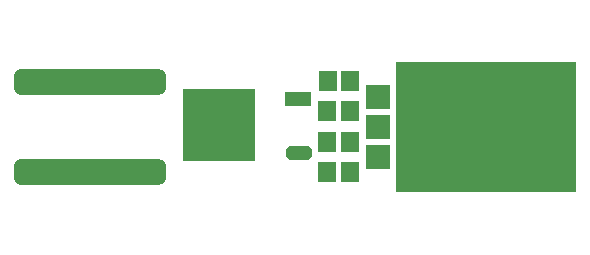
<source format=gts>
G04*
G04 #@! TF.GenerationSoftware,Altium Limited,Altium Designer,18.1.7 (191)*
G04*
G04 Layer_Color=8388736*
%FSLAX44Y44*%
%MOMM*%
G71*
G01*
G75*
G04:AMPARAMS|DCode=17|XSize=12.9032mm|YSize=2.2032mm|CornerRadius=0.6016mm|HoleSize=0mm|Usage=FLASHONLY|Rotation=0.000|XOffset=0mm|YOffset=0mm|HoleType=Round|Shape=RoundedRectangle|*
%AMROUNDEDRECTD17*
21,1,12.9032,1.0000,0,0,0.0*
21,1,11.7000,2.2032,0,0,0.0*
1,1,1.2032,5.8500,-0.5000*
1,1,1.2032,-5.8500,-0.5000*
1,1,1.2032,-5.8500,0.5000*
1,1,1.2032,5.8500,0.5000*
%
%ADD17ROUNDEDRECTD17*%
%ADD18R,1.5032X1.7032*%
%ADD19R,6.2032X6.2032*%
G04:AMPARAMS|DCode=20|XSize=2.2032mm|YSize=1.2032mm|CornerRadius=0mm|HoleSize=0mm|Usage=FLASHONLY|Rotation=0.000|XOffset=0mm|YOffset=0mm|HoleType=Round|Shape=Octagon|*
%AMOCTAGOND20*
4,1,8,1.1016,-0.3008,1.1016,0.3008,0.8008,0.6016,-0.8008,0.6016,-1.1016,0.3008,-1.1016,-0.3008,-0.8008,-0.6016,0.8008,-0.6016,1.1016,-0.3008,0.0*
%
%ADD20OCTAGOND20*%

%ADD21R,2.2032X1.2032*%
%ADD22R,15.3000X11.0000*%
%ADD23R,2.0032X2.0032*%
D17*
X287000Y358900D02*
D03*
Y435100D02*
D03*
D18*
X487500Y385000D02*
D03*
X506500D02*
D03*
X487500Y411000D02*
D03*
X506500D02*
D03*
X506500Y359000D02*
D03*
X487500D02*
D03*
X507000Y436000D02*
D03*
X488000D02*
D03*
D19*
X396000Y399000D02*
D03*
D20*
X463500Y375000D02*
D03*
D21*
X462500Y421000D02*
D03*
D22*
X621500Y397000D02*
D03*
D23*
X530800Y422400D02*
D03*
Y371600D02*
D03*
Y397000D02*
D03*
M02*

</source>
